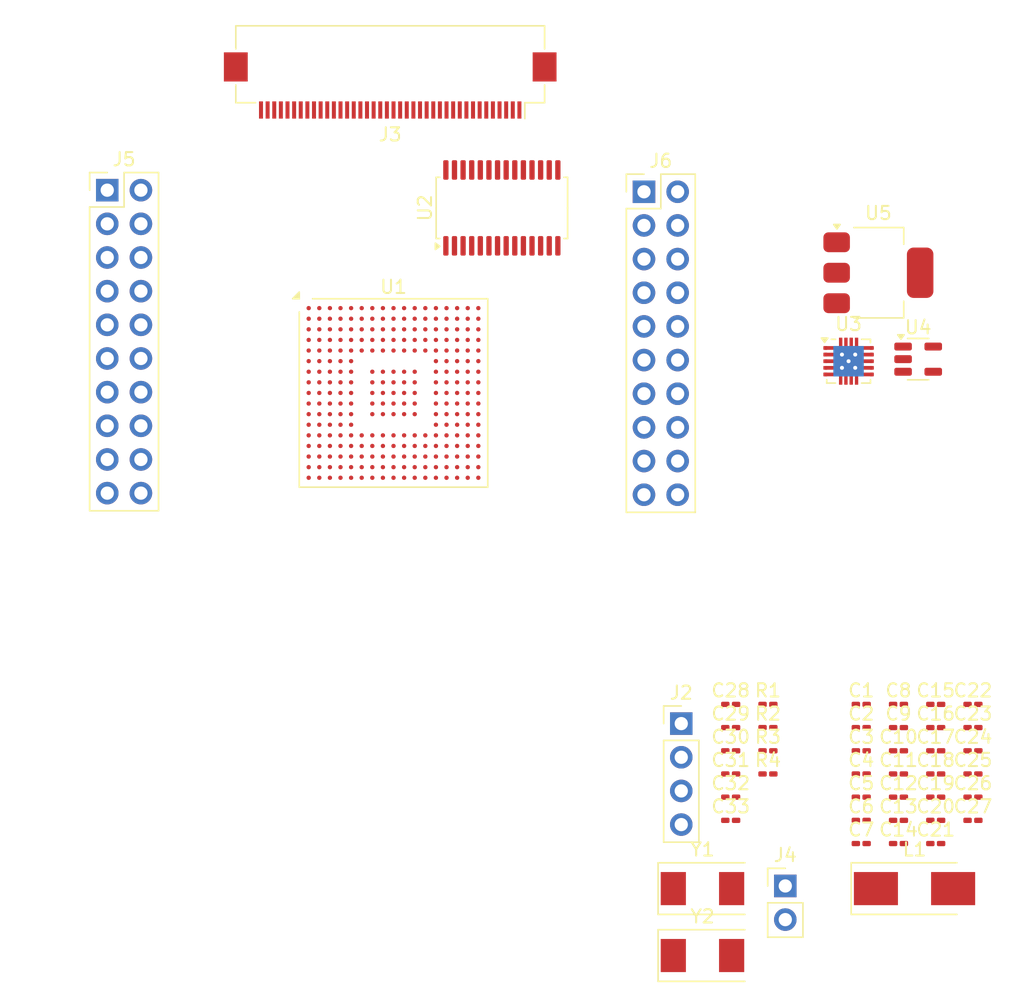
<source format=kicad_pcb>
(kicad_pcb (version 20240108) (generator "pcbnew") (generator_version "8.0")
  (layers (0 "F.Cu" signal) (31 "B.Cu" signal) (34 "B.Paste" user) (35 "F.Paste" user) (36 "B.SilkS" user "B.Silkscreen") (37 "F.SilkS" user "F.Silkscreen") (38 "B.Mask" user) (39 "F.Mask" user) (44 "Edge.Cuts" user))
  (net 0 "")
  (net 1 "/LTDC_G4")
  (net 2 "/LTDC_R5")
  (net 3 "/LTDC_G7")
  (net 4 "/Disp_EN")
  (net 6 "/LTDC_B2")
  (net 7 "/LTDC_CLK")
  (net 8 "/LTDC_G3")
  (net 9 "/LTDC_B5")
  (net 10 "/LTDC_R3")
  (net 11 "/LTDC_B7")
  (net 12 "/LTDC_R0")
  (net 13 "/LTDC_R2")
  (net 14 "/LTDC_R4")
  (net 15 "/LTDC_G6")
  (net 16 "+3.3V")
  (net 17 "GND")
  (net 18 "/LTDC_DE")
  (net 20 "/LTDC_R6")
  (net 21 "/LEDA")
  (net 23 "/LTDC_G0")
  (net 24 "/LTDC_G5")
  (net 26 "/LTDC_B0")
  (net 28 "/LEDK")
  (net 29 "/LTDC_VSYNC")
  (net 30 "/LTDC_B4")
  (net 31 "/LTDC_G2")
  (net 32 "/LTDC_G1")
  (net 33 "/LTDC_R7")
  (net 34 "/LTDC_HSYNC")
  (net 35 "/LTDC_R1")
  (net 36 "/LTDC_B6")
  (net 37 "/LTDC_B3")
  (net 38 "/LTDC_B1")
  (net 46 "/ADC3_IN0")
  (net 54 "/ADC3_IN2")
  (net 70 "/ADC3_IN16")
  (net 72 "/ADC3_IN13")
  (net 78 "/ADC3_IN8")
  (net 80 "/ADC3_IN1")
  (net 91 "/OSC_OUT")
  (net 92 "/I2S_CLK_IN")
  (net 93 "/ADC3_IN10")
  (net 94 "/ADC1_IN19")
  (net 96 "/ADC1_IN15")
  (net 107 "/ADC3_IN7")
  (net 108 "/ADC3_IN12")
  (net 126 "/ADC3_IN15")
  (net 130 "/ADC3_IN11")
  (net 133 "/OSC32_OUT")
  (net 139 "/ADC3_IN3")
  (net 142 "/ADC3_IN5")
  (net 149 "/ADC3_IN4")
  (net 151 "/ADC1_IN1")
  (net 155 "/ADC1_IN16")
  (net 168 "/ADC3_IN14")
  (net 174 "/ADC3_IN9")
  (net 175 "/ADC1_IN17")
  (net 177 "/ADC1_IN18")
  (net 179 "/ADC_SCLK")
  (net 184 "/ADC3_IN6")
  (net 186 "/ADC1_IN3")
  (net 194 "/OSC32_IN")
  (net 198 "/OSC_IN")
  (net 199 "/Vcom")
  (net 200 "/ADC_LRCLK")
  (net 201 "Net-(U2-MODE)")
  (net 202 "/Vin_R")
  (net 203 "/ADC_BCLK")
  (net 204 "Net-(U2-MD{slash}SDA{slash}DEMP)")
  (net 205 "/DAC_DIN")
  (net 206 "/ADC_DIN")
  (net 207 "Net-(U2-~{RST})")
  (net 208 "/ZERO_F_L")
  (net 210 "/DAC_BCLK")
  (net 211 "/Vin_L")
  (net 213 "/ZERO_F_R")
  (net 214 "+4.75V")
  (net 215 "/DAC_SCLK")
  (net 216 "Net-(U2-MC{slash}SCL{slash}FMT)")
  (net 217 "/DAC_LRCLK")
  (net 218 "/Vout_L")
  (net 219 "/Vout_R")
  (net 220 "+5V")
  (net 221 "Net-(U3-L2)")
  (net 222 "Net-(U3-L1)")
  (net 223 "Net-(U3-VAUX)")
  (net 224 "V_in")
  (footprint "Capacitor_SMD:C_0201_0603Metric_Pad0.64x0.40mm_HandSolder" (layer "F.Cu") (at 141.8225 116.85)
    (property "Reference" "C23")
    (property "Value" "100n")
  )
  (footprint "Resistor_SMD:R_0201_0603Metric_Pad0.64x0.40mm_HandSolder" (layer "F.Cu") (at 126.3525 116.85)
    (property "Reference" "R2")
    (property "Value" "220k")
  )
  (footprint "Capacitor_SMD:C_0201_0603Metric_Pad0.64x0.40mm_HandSolder" (layer "F.Cu") (at 133.3925 115.1)
    (property "Reference" "C1")
    (property "Value" "100n")
  )
  (footprint "Capacitor_SMD:C_0201_0603Metric_Pad0.64x0.40mm_HandSolder" (layer "F.Cu") (at 141.8225 115.1)
    (property "Reference" "C22")
    (property "Value" "100u")
  )
  (footprint "Capacitor_SMD:C_0201_0603Metric_Pad0.64x0.40mm_HandSolder" (layer "F.Cu") (at 133.3925 122.1)
    (property "Reference" "C5")
    (property "Value" "100n")
  )
  (footprint "Crystal:Crystal_SMD_0603-2Pin_6.0x3.5mm" (layer "F.Cu") (at 121.4125 129)
    (property "Reference" "Y1")
    (property "Value" "Crystal")
  )
  (footprint "Capacitor_SMD:C_0201_0603Metric_Pad0.64x0.40mm_HandSolder" (layer "F.Cu") (at 133.3925 125.6)
    (property "Reference" "C7")
    (property "Value" "1u")
  )
  (footprint "Capacitor_SMD:C_0201_0603Metric_Pad0.64x0.40mm_HandSolder" (layer "F.Cu") (at 136.2025 115.1)
    (property "Reference" "C8")
    (property "Value" "1u")
  )
  (footprint "Connector_FFC-FPC:Hirose_FH12-40S-0.5SH_1x40-1MP_P0.50mm_Horizontal" (layer "F.Cu") (at 97.85 68.4 180)
    (property "Reference" "J3")
    (property "Value" "Conn_01x40")
  )
  (footprint "Capacitor_SMD:C_0201_0603Metric_Pad0.64x0.40mm_HandSolder" (layer "F.Cu") (at 133.3925 116.85)
    (property "Reference" "C2")
    (property "Value" "100n")
  )
  (footprint "Capacitor_SMD:C_0201_0603Metric_Pad0.64x0.40mm_HandSolder" (layer "F.Cu") (at 136.2025 125.6)
    (property "Reference" "C14")
    (property "Value" "100n")
  )
  (footprint "Package_SO:TSSOP-28_4.4x9.7mm_P0.65mm" (layer "F.Cu") (at 106.275 77.6375 90)
    (property "Reference" "U2")
    (property "Value" "PCM3060")
  )
  (footprint "Resistor_SMD:R_0201_0603Metric_Pad0.64x0.40mm_HandSolder" (layer "F.Cu") (at 126.3525 118.6)
    (property "Reference" "R3")
    (property "Value" "4k7")
  )
  (footprint "Package_TO_SOT_SMD:SOT-223-3_TabPin2" (layer "F.Cu") (at 134.6875 82.53)
    (property "Reference" "U5")
    (property "Value" "AZ1117-3.3")
  )
  (footprint "Capacitor_SMD:C_0201_0603Metric_Pad0.64x0.40mm_HandSolder" (layer "F.Cu") (at 139.0125 122.1)
    (property "Reference" "C19")
    (property "Value" "20u")
  )
  (footprint "Package_BGA:TFBGA-265_14x14mm_Layout17x17_P0.8mm" (layer "F.Cu") (at 98.1 91.6)
    (property "Reference" "U1")
    (property "Value" "STM32H750XBHx")
  )
  (footprint "Connector_PinHeader_2.54mm:PinHeader_2x10_P2.54mm_Vertical" (layer "F.Cu") (at 76.5 76.3)
    (property "Reference" "J5")
    (property "Value" "Conn_02x10_Top_Bottom")
  )
  (footprint "Capacitor_SMD:C_0201_0603Metric_Pad0.64x0.40mm_HandSolder" (layer "F.Cu") (at 133.3925 118.6)
    (property "Reference" "C3")
    (property "Value" "100n")
  )
  (footprint "Capacitor_SMD:C_0201_0603Metric_Pad0.64x0.40mm_HandSolder" (layer "F.Cu") (at 139.0125 118.6)
    (property "Reference" "C17")
    (property "Value" "20u")
  )
  (footprint "Capacitor_SMD:C_0201_0603Metric_Pad0.64x0.40mm_HandSolder" (layer "F.Cu") (at 136.2025 120.35)
    (property "Reference" "C11")
    (property "Value" "100n")
  )
  (footprint "Capacitor_SMD:C_0201_0603Metric_Pad0.64x0.40mm_HandSolder" (layer "F.Cu") (at 136.2025 116.85)
    (property "Reference" "C9")
    (property "Value" "1u")
  )
  (footprint "Crystal:Crystal_SMD_0603-2Pin_6.0x3.5mm" (layer "F.Cu") (at 121.4125 134.05)
    (property "Reference" "Y2")
    (property "Value" "Crystal")
  )
  (footprint "Resistor_SMD:R_0201_0603Metric_Pad0.64x0.40mm_HandSolder" (layer "F.Cu") (at 126.3525 115.1)
    (property "Reference" "R1")
    (property "Value" "220k")
  )
  (footprint "Capacitor_SMD:C_0201_0603Metric_Pad0.64x0.40mm_HandSolder" (layer "F.Cu") (at 141.8225 122.1)
    (property "Reference" "C26")
    (property "Value" "100n")
  )
  (footprint "Capacitor_SMD:C_0201_0603Metric_Pad0.64x0.40mm_HandSolder" (layer "F.Cu") (at 133.3925 123.85)
    (property "Reference" "C6")
    (property "Value" "1u")
  )
  (footprint "Capacitor_SMD:C_0201_0603Metric_Pad0.64x0.40mm_HandSolder" (layer "F.Cu") (at 139.0125 116.85)
    (property "Reference" "C16")
    (property "Value" "100n")
  )
  (footprint "Capacitor_SMD:C_0201_0603Metric_Pad0.64x0.40mm_HandSolder" (layer "F.Cu") (at 141.8225 123.85)
    (property "Reference" "C27")
    (property "Value" "1u")
  )
  (footprint "Capacitor_SMD:C_0201_0603Metric_Pad0.64x0.40mm_HandSolder" (layer "F.Cu") (at 136.2025 123.85)
    (property "Reference" "C13")
    (property "Value" "10n")
  )
  (footprint "Capacitor_SMD:C_0201_0603Metric_Pad0.64x0.40mm_HandSolder" (layer "F.Cu") (at 139.0125 115.1)
    (property "Reference" "C15")
    (property "Value" "1u")
  )
  (footprint "Connector_PinHeader_2.54mm:PinHeader_1x04_P2.54mm_Vertical" (layer "F.Cu") (at 119.8125 116.55)
    (property "Reference" "J2")
    (property "Value" "Conn_01x04")
  )
  (footprint "Capacitor_SMD:C_0201_0603Metric_Pad0.64x0.40mm_HandSolder" (layer "F.Cu") (at 123.5425 118.6)
    (property "Reference" "C30")
    (property "Value" "18p")
  )
  (footprint "Capacitor_SMD:C_0201_0603Metric_Pad0.64x0.40mm_HandSolder" (layer "F.Cu") (at 136.2025 118.6)
    (property "Reference" "C10")
    (property "Value" "1u")
  )
  (footprint "Capacitor_SMD:C_0201_0603Metric_Pad0.64x0.40mm_HandSolder" (layer "F.Cu") (at 139.0125 120.35)
    (property "Reference" "C18")
    (property "Value" "20u")
  )
  (footprint "Capacitor_SMD:C_0201_0603Metric_Pad0.64x0.40mm_HandSolder" (layer "F.Cu") (at 123.5425 122.1)
    (property "Reference" "C32")
    (property "Value" "100n")
  )
  (footprint "Capacitor_SMD:C_0201_0603Metric_Pad0.64x0.40mm_HandSolder" (layer "F.Cu") (at 123.5425 120.35)
    (property "Reference" "C31")
    (property "Value" "18p")
  )
  (footprint "Package_TO_SOT_SMD:SOT-23-5" (layer "F.Cu") (at 137.6875 89.05)
    (property "Reference" "U4")
    (property "Value" "TLV702475_SOT23-5")
  )
  (footprint "Capacitor_SMD:C_0201_0603Metric_Pad0.64x0.40mm_HandSolder" (layer "F.Cu") (at 139.0125 125.6)
    (property "Reference" "C21")
    (property "Value" "100u")
  )
  (footprint "Resistor_SMD:R_0201_0603Metric_Pad0.64x0.40mm_HandSolder" (layer "F.Cu") (at 126.3525 120.35)
    (property "Reference" "R4")
    (property "Value" "220k")
  )
  (footprint "Capacitor_SMD:C_0201_0603Metric_Pad0.64x0.40mm_HandSolder" (layer "F.Cu") (at 123.5425 115.1)
    (property "Reference" "C28")
    (property "Value" "18p")
  )
  (footprint "Connector_PinHeader_2.54mm:PinHeader_1x02_P2.54mm_Vertical" (layer "F.Cu") (at 127.6625 128.8)
    (property "Reference" "J4")
    (property "Value" "Conn_01x02")
  )
  (footprint "Capacitor_SMD:C_0201_0603Metric_Pad0.64x0.40mm_HandSolder" (layer "F.Cu") (at 139.0125 123.85)
    (property "Reference" "C20")
    (property "Value" "100u")
  )
  (footprint "Capacitor_SMD:C_0201_0603Metric_Pad0.64x0.40mm_HandSolder" (layer "F.Cu") (at 123.5425 123.85)
    (property "Reference" "C33")
    (property "Value" "10u")
  )
  (footprint "Package_SON:Texas_S-PWSON-N10_ThermalVias" (layer "F.Cu") (at 132.4375 89.205)
    (property "Reference" "U3")
    (property "Value" "TPS63061")
  )
  (footprint "Capacitor_SMD:C_0201_0603Metric_Pad0.64x0.40mm_HandSolder" (layer "F.Cu") (at 141.8225 120.35)
    (property "Reference" "C25")
    (property "Value" "10n")
  )
  (footprint "Connector_PinHeader_2.54mm:PinHeader_2x10_P2.54mm_Vertical" (layer "F.Cu") (at 117 76.42)
    (property "Reference" "J6")
    (property "Value" "Conn_02x10_Top_Bottom")
  )
  (footprint "Capacitor_SMD:C_0201_0603Metric_Pad0.64x0.40mm_HandSolder" (layer "F.Cu") (at 136.2025 122.1)
    (property "Reference" "C12")
    (property "Value" "1u")
  )
  (footprint "Crystal:Crystal_SMD_0603-2Pin_6.0x3.5mm_HandSoldering" (layer "F.Cu") (at 137.4125 129)
    (property "Reference" "L1")
    (property "Value" "1uH")
  )
  (footprint "Capacitor_SMD:C_0201_0603Metric_Pad0.64x0.40mm_HandSolder" (layer "F.Cu") (at 133.3925 120.35)
    (property "Reference" "C4")
    (property "Value" "100n")
  )
  (footprint "Capacitor_SMD:C_0201_0603Metric_Pad0.64x0.40mm_HandSolder" (layer "F.Cu") (at 123.5425 116.85)
    (property "Reference" "C29")
    (property "Value" "18p")
  )
  (footprint "Capacitor_SMD:C_0201_0603Metric_Pad0.64x0.40mm_HandSolder" (layer "F.Cu") (at 141.8225 118.6)
    (property "Reference" "C24")
    (property "Value" "1u")
  )
)
</source>
